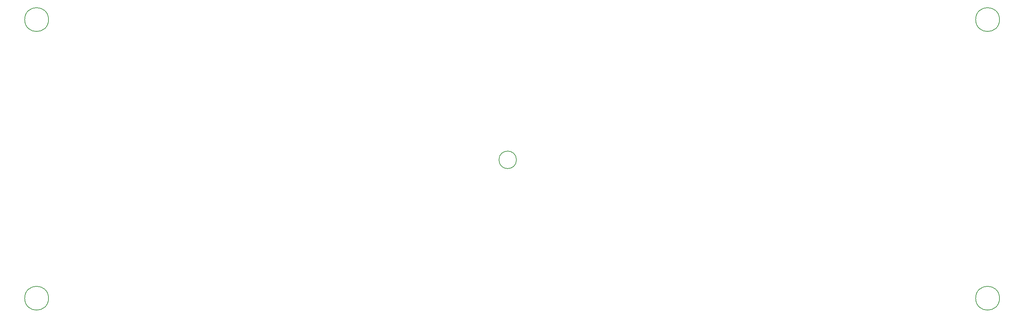
<source format=gbr>
%TF.GenerationSoftware,KiCad,Pcbnew,(5.1.10-1-10_14)*%
%TF.CreationDate,2021-08-21T14:50:14-04:00*%
%TF.ProjectId,breadboard-prototype,62726561-6462-46f6-9172-642d70726f74,rev?*%
%TF.SameCoordinates,Original*%
%TF.FileFunction,Other,Comment*%
%FSLAX46Y46*%
G04 Gerber Fmt 4.6, Leading zero omitted, Abs format (unit mm)*
G04 Created by KiCad (PCBNEW (5.1.10-1-10_14)) date 2021-08-21 14:50:14*
%MOMM*%
%LPD*%
G01*
G04 APERTURE LIST*
%ADD10C,0.150000*%
G04 APERTURE END LIST*
D10*
%TO.C,REF\u002A\u002A*%
X252800000Y-72120000D02*
G75*
G03*
X252800000Y-72120000I-2200000J0D01*
G01*
X374348000Y-106934000D02*
G75*
G03*
X374348000Y-106934000I-3000000J0D01*
G01*
X374348000Y-36830000D02*
G75*
G03*
X374348000Y-36830000I-3000000J0D01*
G01*
X135080000Y-106934000D02*
G75*
G03*
X135080000Y-106934000I-3000000J0D01*
G01*
X135080000Y-36830000D02*
G75*
G03*
X135080000Y-36830000I-3000000J0D01*
G01*
%TD*%
M02*

</source>
